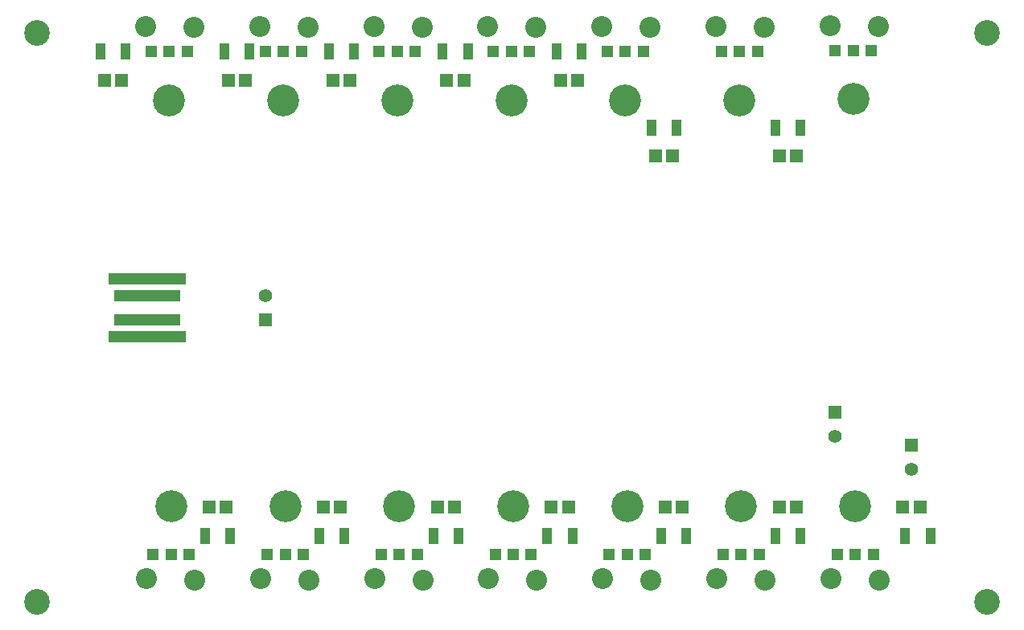
<source format=gbs>
G04*
G04 #@! TF.GenerationSoftware,Altium Limited,Altium Designer,20.2.6 (244)*
G04*
G04 Layer_Color=16711935*
%FSLAX25Y25*%
%MOIN*%
G70*
G04*
G04 #@! TF.SameCoordinates,78553FFF-4CE1-44D2-B870-6997896BCA41*
G04*
G04*
G04 #@! TF.FilePolarity,Negative*
G04*
G01*
G75*
%ADD17C,0.05524*%
%ADD18R,0.05524X0.05524*%
%ADD19C,0.08674*%
%ADD20R,0.04737X0.04737*%
%ADD21C,0.13202*%
%ADD22C,0.10642*%
%ADD31R,0.05500X0.05800*%
%ADD33R,0.27600X0.04900*%
%ADD35R,0.04343X0.06902*%
%ADD36R,0.32300X0.05100*%
D17*
X232283Y264921D02*
D03*
X500000Y192913D02*
D03*
X468504Y206535D02*
D03*
D18*
X232283Y254921D02*
D03*
X500000Y202913D02*
D03*
X468504Y216535D02*
D03*
D19*
X438976Y376142D02*
D03*
X418976Y376673D02*
D03*
X230000D02*
D03*
X250000Y376142D02*
D03*
X486535Y146949D02*
D03*
X466535Y147480D02*
D03*
X182756Y376673D02*
D03*
X202756Y376142D02*
D03*
X183071Y147480D02*
D03*
X203071Y146949D02*
D03*
X250315D02*
D03*
X230315Y147480D02*
D03*
X277559D02*
D03*
X297559Y146949D02*
D03*
X324803Y147480D02*
D03*
X344803Y146949D02*
D03*
X372047Y147480D02*
D03*
X392047Y146949D02*
D03*
X419291Y147480D02*
D03*
X439291Y146949D02*
D03*
X297244Y376142D02*
D03*
X277244Y376673D02*
D03*
X344488Y376142D02*
D03*
X324488Y376673D02*
D03*
X371732D02*
D03*
X391732Y376142D02*
D03*
X466221Y377067D02*
D03*
X486221Y376535D02*
D03*
D20*
X428740Y366142D02*
D03*
X436221D02*
D03*
X421260D02*
D03*
X239764D02*
D03*
X247244D02*
D03*
X232283D02*
D03*
X476772Y157480D02*
D03*
X469291D02*
D03*
X484252D02*
D03*
X200000Y366142D02*
D03*
X192520D02*
D03*
X185039D02*
D03*
X437008Y157480D02*
D03*
X422047D02*
D03*
X389764D02*
D03*
X374803D02*
D03*
X342520D02*
D03*
X327559D02*
D03*
X295276D02*
D03*
X280315D02*
D03*
X248031D02*
D03*
X233071D02*
D03*
X200787D02*
D03*
X185827D02*
D03*
X468504Y366535D02*
D03*
X483465D02*
D03*
X374016Y366142D02*
D03*
X388976D02*
D03*
X326772D02*
D03*
X341732D02*
D03*
X279528D02*
D03*
X294488D02*
D03*
X193307Y157480D02*
D03*
X240551D02*
D03*
X287795D02*
D03*
X335039D02*
D03*
X382283D02*
D03*
X429528D02*
D03*
X287008Y366142D02*
D03*
X334252D02*
D03*
X381496D02*
D03*
X475984Y366535D02*
D03*
D21*
X428740Y346063D02*
D03*
X239764D02*
D03*
X476772Y177559D02*
D03*
X192520Y346063D02*
D03*
X193307Y177559D02*
D03*
X240551D02*
D03*
X287795D02*
D03*
X335039D02*
D03*
X382283D02*
D03*
X429528D02*
D03*
X287008Y346063D02*
D03*
X334252D02*
D03*
X381496D02*
D03*
X475984Y346457D02*
D03*
D22*
X137795Y137795D02*
D03*
X531496D02*
D03*
Y374016D02*
D03*
X137795D02*
D03*
D31*
X172838Y354331D02*
D03*
X165745D02*
D03*
X496454Y177165D02*
D03*
X503546D02*
D03*
X216145D02*
D03*
X209052D02*
D03*
X216926Y354331D02*
D03*
X224019D02*
D03*
X260233D02*
D03*
X267326D02*
D03*
X307477D02*
D03*
X314570D02*
D03*
X354721D02*
D03*
X361814D02*
D03*
X394091Y322835D02*
D03*
X401184D02*
D03*
X445272D02*
D03*
X452365D02*
D03*
X445272Y177165D02*
D03*
X452365D02*
D03*
X398028D02*
D03*
X405121D02*
D03*
X350784D02*
D03*
X357877D02*
D03*
X303540D02*
D03*
X310633D02*
D03*
X256296D02*
D03*
X263389D02*
D03*
D33*
X183503Y264764D02*
D03*
Y254921D02*
D03*
D35*
X164075Y366142D02*
D03*
X174508D02*
D03*
X443602Y334646D02*
D03*
X454035D02*
D03*
X497441Y165354D02*
D03*
X507874D02*
D03*
X217815Y165354D02*
D03*
X207382D02*
D03*
X225689Y366142D02*
D03*
X215256D02*
D03*
X268996D02*
D03*
X258563D02*
D03*
X316240D02*
D03*
X305807D02*
D03*
X363484D02*
D03*
X353051D02*
D03*
X402854Y334646D02*
D03*
X392421D02*
D03*
X443602Y165354D02*
D03*
X454035D02*
D03*
X396358D02*
D03*
X406791D02*
D03*
X349114D02*
D03*
X359547D02*
D03*
X301870D02*
D03*
X312303D02*
D03*
X254626D02*
D03*
X265059D02*
D03*
D36*
X183503Y247815D02*
D03*
Y271870D02*
D03*
M02*

</source>
